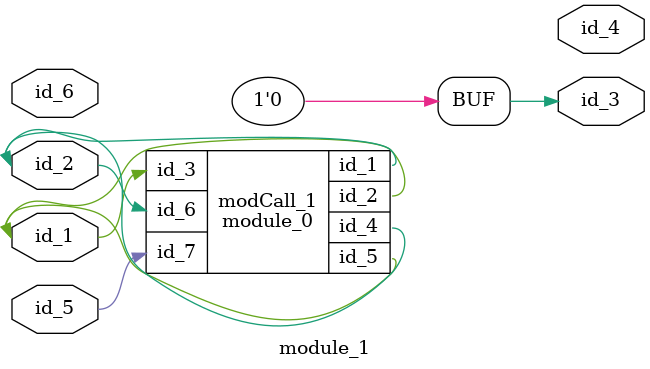
<source format=v>
module module_0 (
    id_1,
    id_2,
    id_3,
    id_4,
    id_5,
    id_6,
    id_7
);
  input wire id_7;
  input wire id_6;
  output wire id_5;
  inout wire id_4;
  input wire id_3;
  output wire id_2;
  inout wire id_1;
  wire id_8;
endmodule
module module_1 (
    id_1,
    id_2,
    id_3,
    id_4,
    id_5,
    id_6
);
  input wire id_6;
  input wire id_5;
  output wire id_4;
  output wire id_3;
  inout wire id_2;
  inout wire id_1;
  assign id_3 = 1'b0;
  module_0 modCall_1 (
      id_2,
      id_1,
      id_1,
      id_2,
      id_1,
      id_2,
      id_5
  );
endmodule

</source>
